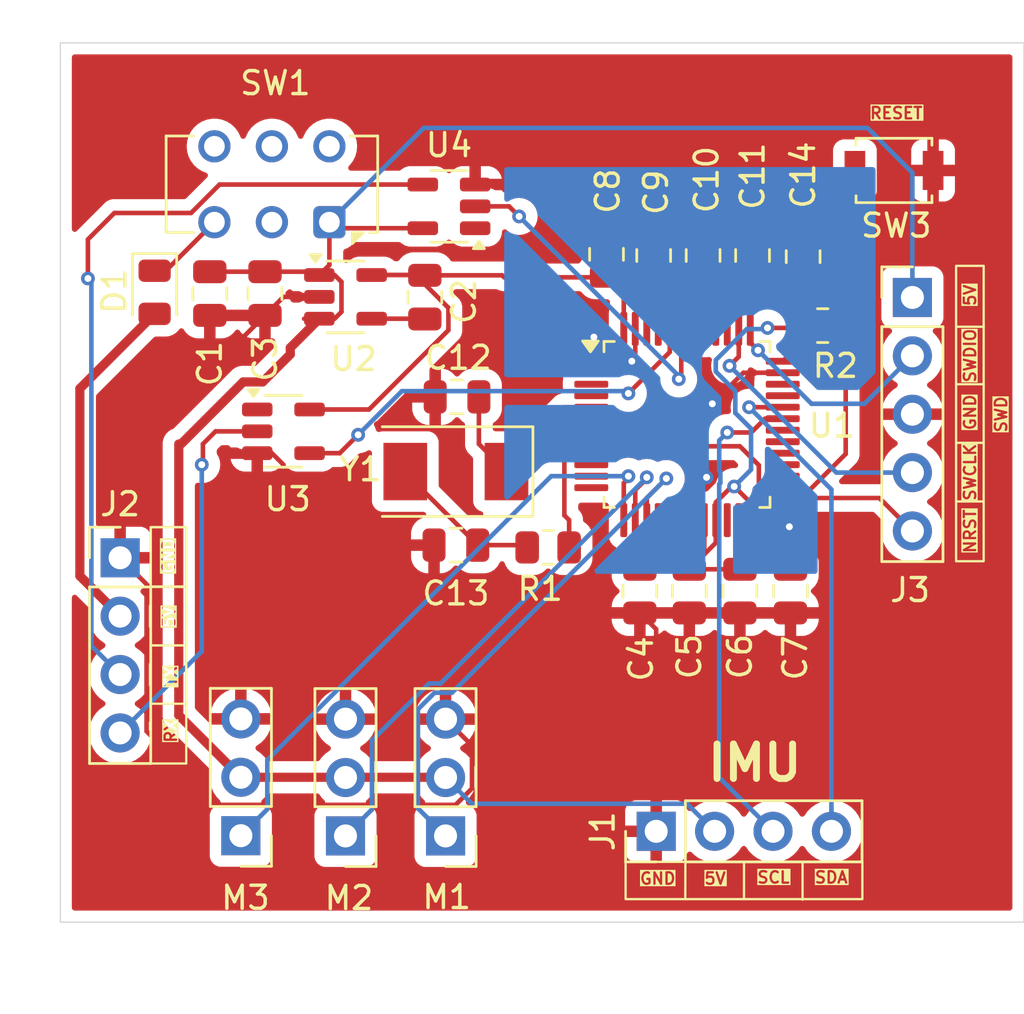
<source format=kicad_pcb>
(kicad_pcb (version 20240108) (generator "pcbnew") (generator_version "8.0")
  (layers (0 "F.Cu" signal) (31 "B.Cu" signal) (34 "B.Paste" user) (35 "F.Paste" user) (36 "B.SilkS" user "B.Silkscreen") (37 "F.SilkS" user "F.Silkscreen") (38 "B.Mask" user) (39 "F.Mask" user) (44 "Edge.Cuts" user))
  (net 0 "")
  (net 1 "GND")
  (net 2 "+5V")
  (net 3 "Net-(U2-BYP)")
  (net 4 "VDD")
  (net 5 "Net-(U1-PF0)")
  (net 6 "Net-(C13-Pad1)")
  (net 7 "NRST")
  (net 8 "Net-(D1-K)")
  (net 9 "IC2_SDA")
  (net 10 "IC2_SCL")
  (net 11 "rx")
  (net 12 "tx")
  (net 13 "I2C1_SCL_SWDIO")
  (net 14 "IC21_SDA_SWCLK")
  (net 15 "Servo_PWM_3")
  (net 16 "Servo_PWM_2")
  (net 17 "Servo_PWM_1")
  (net 18 "Net-(U1-PF1)")
  (net 24 "RX_3V3")
  (net 32 "TX_3V3")
  (net 53 "+5VA")
  (footprint "Capacitor_SMD:C_0805_2012Metric" (layer "F.Cu") (at 168.3 125.7 90)
    (property "Reference" "C4" (at -2.95 0.05 -90) (layer "F.SilkS"))
    (property "Value" "100nF")
    (pad "1" smd roundrect (at -0.95 0 90) (size 1 1.45) (layers "F.Cu" "F.Paste" "F.Mask") (net 1 "GND"))
    (pad "2" smd roundrect (at 0.95 0 90) (size 1 1.45) (layers "F.Cu" "F.Paste" "F.Mask") (net 4 "VDD"))
  )
  (footprint "Capacitor_SMD:C_0805_2012Metric" (layer "F.Cu") (at 149.6 112.755 -90)
    (property "Reference" "C1" (at 3.05 0 90) (layer "F.SilkS"))
    (property "Value" "C")
    (pad "1" smd roundrect (at -0.95 0 270) (size 1 1.45) (layers "F.Cu" "F.Paste" "F.Mask") (net 2 "+5V"))
    (pad "2" smd roundrect (at 0.95 0 270) (size 1 1.45) (layers "F.Cu" "F.Paste" "F.Mask") (net 1 "GND"))
  )
  (footprint "Capacitor_SMD:C_0805_2012Metric" (layer "F.Cu") (at 174.85 125.7 90)
    (property "Reference" "C7" (at -2.9 0.2 -90) (layer "F.SilkS"))
    (property "Value" "4.7 μF")
    (pad "1" smd roundrect (at -0.95 0 90) (size 1 1.45) (layers "F.Cu" "F.Paste" "F.Mask") (net 1 "GND"))
    (pad "2" smd roundrect (at 0.95 0 90) (size 1 1.45) (layers "F.Cu" "F.Paste" "F.Mask") (net 4 "VDD"))
  )
  (footprint "Capacitor_SMD:C_0805_2012Metric" (layer "F.Cu") (at 166.85 111.05 -90)
    (property "Reference" "C8" (at -2.75 -0.05 90) (layer "F.SilkS"))
    (property "Value" "10 nF")
    (pad "1" smd roundrect (at -0.95 0 270) (size 1 1.45) (layers "F.Cu" "F.Paste" "F.Mask") (net 1 "GND"))
    (pad "2" smd roundrect (at 0.95 0 270) (size 1 1.45) (layers "F.Cu" "F.Paste" "F.Mask") (net 4 "VDD"))
  )
  (footprint "Capacitor_SMD:C_0805_2012Metric" (layer "F.Cu") (at 172.65 125.7 90)
    (property "Reference" "C6" (at -2.85 0 -90) (layer "F.SilkS"))
    (property "Value" "100nF")
    (pad "1" smd roundrect (at -0.95 0 90) (size 1 1.45) (layers "F.Cu" "F.Paste" "F.Mask") (net 1 "GND"))
    (pad "2" smd roundrect (at 0.95 0 90) (size 1 1.45) (layers "F.Cu" "F.Paste" "F.Mask") (net 4 "VDD"))
  )
  (footprint "Package_TO_SOT_SMD:SOT-23-5" (layer "F.Cu") (at 152.8 118.75)
    (property "Reference" "U3" (at 0.1875 2.95 0) (layer "F.SilkS"))
    (property "Value" "SN74LV1T34DBV")
    (pad "1" smd roundrect (at -1.1375 -0.95) (size 1.325 0.6) (layers "F.Cu" "F.Paste" "F.Mask"))
    (pad "2" smd roundrect (at -1.1375 0) (size 1.325 0.6) (layers "F.Cu" "F.Paste" "F.Mask") (net 11 "rx"))
    (pad "3" smd roundrect (at -1.1375 0.95) (size 1.325 0.6) (layers "F.Cu" "F.Paste" "F.Mask") (net 1 "GND"))
    (pad "4" smd roundrect (at 1.1375 0.95) (size 1.325 0.6) (layers "F.Cu" "F.Paste" "F.Mask") (net 24 "RX_3V3"))
    (pad "5" smd roundrect (at 1.1375 -0.95) (size 1.325 0.6) (layers "F.Cu" "F.Paste" "F.Mask") (net 4 "VDD"))
  )
  (footprint "Capacitor_SMD:C_0805_2012Metric" (layer "F.Cu") (at 160.35 117.25 180)
    (property "Reference" "C12" (at -0.05 1.7 180) (layer "F.SilkS"))
    (property "Value" "10 pF")
    (pad "1" smd roundrect (at -0.95 0 180) (size 1 1.45) (layers "F.Cu" "F.Paste" "F.Mask") (net 5 "Net-(U1-PF0)"))
    (pad "2" smd roundrect (at 0.95 0 180) (size 1 1.45) (layers "F.Cu" "F.Paste" "F.Mask") (net 1 "GND"))
  )
  (footprint "Connector_PinHeader_2.54mm:PinHeader_1x04_P2.54mm_Vertical" (layer "F.Cu") (at 145.7 124.25)
    (property "Reference" "J2" (at 0 -2.33 0) (layer "F.SilkS"))
    (property "Value" "Conn_01x04_Pin_input_cable")
    (pad "1" thru_hole rect (at 0 0) (size 1.7 1.7) (drill 1) (layers "*.Cu" "*.Mask") (net 1 "GND"))
    (pad "2" thru_hole oval (at 0 2.54) (size 1.7 1.7) (drill 1) (layers "*.Cu" "*.Mask") (net 53 "+5VA"))
    (pad "3" thru_hole oval (at 0 5.08) (size 1.7 1.7) (drill 1) (layers "*.Cu" "*.Mask") (net 12 "tx"))
    (pad "4" thru_hole oval (at 0 7.62) (size 1.7 1.7) (drill 1) (layers "*.Cu" "*.Mask") (net 11 "rx"))
  )
  (footprint "Capacitor_SMD:C_0805_2012Metric" (layer "F.Cu") (at 173.2 111.1 -90)
    (property "Reference" "C11" (at -3.45 0 90) (layer "F.SilkS"))
    (property "Value" "+1 μF")
    (pad "1" smd roundrect (at -0.95 0 270) (size 1 1.45) (layers "F.Cu" "F.Paste" "F.Mask") (net 1 "GND"))
    (pad "2" smd roundrect (at 0.95 0 270) (size 1 1.45) (layers "F.Cu" "F.Paste" "F.Mask") (net 4 "VDD"))
  )
  (footprint "Connector_PinHeader_2.54mm:PinHeader_1x03_P2.54mm_Vertical" (layer "F.Cu") (at 150.95 136.34 180)
    (property "Reference" "M3" (at -0.2 -2.7 180) (layer "F.SilkS"))
    (property "Value" "Motor_Servo")
    (pad "1" thru_hole rect (at 0 0 180) (size 1.7 1.7) (drill 1) (layers "*.Cu" "*.Mask") (net 17 "Servo_PWM_1"))
    (pad "2" thru_hole oval (at 0 2.54 180) (size 1.7 1.7) (drill 1) (layers "*.Cu" "*.Mask") (net 2 "+5V"))
    (pad "3" thru_hole oval (at 0 5.08 180) (size 1.7 1.7) (drill 1) (layers "*.Cu" "*.Mask") (net 1 "GND"))
  )
  (footprint "Capacitor_SMD:C_0805_2012Metric" (layer "F.Cu") (at 158.95 112.9125 -90)
    (property "Reference" "C2" (at 0.1875 -1.7 90) (layer "F.SilkS"))
    (property "Value" "C")
    (pad "1" smd roundrect (at -0.95 0 270) (size 1 1.45) (layers "F.Cu" "F.Paste" "F.Mask") (net 4 "VDD"))
    (pad "2" smd roundrect (at 0.95 0 270) (size 1 1.45) (layers "F.Cu" "F.Paste" "F.Mask") (net 3 "Net-(U2-BYP)"))
  )
  (footprint "Package_TO_SOT_SMD:TSOT-23-5" (layer "F.Cu") (at 155.5 112.9)
    (property "Reference" "U2" (at 0.35 2.7 0) (layer "F.SilkS"))
    (property "Value" "LT1761-3.3")
    (pad "1" smd roundrect (at -1.1375 -0.95) (size 1.325 0.6) (layers "F.Cu" "F.Paste" "F.Mask") (net 2 "+5V"))
    (pad "2" smd roundrect (at -1.1375 0) (size 1.325 0.6) (layers "F.Cu" "F.Paste" "F.Mask") (net 1 "GND"))
    (pad "3" smd roundrect (at -1.1375 0.95) (size 1.325 0.6) (layers "F.Cu" "F.Paste" "F.Mask") (net 2 "+5V"))
    (pad "4" smd roundrect (at 1.1375 0.95) (size 1.325 0.6) (layers "F.Cu" "F.Paste" "F.Mask") (net 3 "Net-(U2-BYP)"))
    (pad "5" smd roundrect (at 1.1375 -0.95) (size 1.325 0.6) (layers "F.Cu" "F.Paste" "F.Mask") (net 4 "VDD"))
  )
  (footprint "Connector_PinHeader_2.54mm:PinHeader_1x03_P2.54mm_Vertical" (layer "F.Cu") (at 155.5 136.35 180)
    (property "Reference" "M2" (at -0.15 -2.7 180) (layer "F.SilkS"))
    (property "Value" "Motor_Servo")
    (pad "1" thru_hole rect (at 0 0 180) (size 1.7 1.7) (drill 1) (layers "*.Cu" "*.Mask") (net 16 "Servo_PWM_2"))
    (pad "2" thru_hole oval (at 0 2.54 180) (size 1.7 1.7) (drill 1) (layers "*.Cu" "*.Mask") (net 2 "+5V"))
    (pad "3" thru_hole oval (at 0 5.08 180) (size 1.7 1.7) (drill 1) (layers "*.Cu" "*.Mask") (net 1 "GND"))
  )
  (footprint "Capacitor_SMD:C_0805_2012Metric" (layer "F.Cu") (at 170.45 125.7 90)
    (property "Reference" "C5" (at -2.85 0 -90) (layer "F.SilkS"))
    (property "Value" "100nF")
    (pad "1" smd roundrect (at -0.95 0 90) (size 1 1.45) (layers "F.Cu" "F.Paste" "F.Mask") (net 1 "GND"))
    (pad "2" smd roundrect (at 0.95 0 90) (size 1 1.45) (layers "F.Cu" "F.Paste" "F.Mask") (net 4 "VDD"))
  )
  (footprint "Connector_PinHeader_2.54mm:PinHeader_1x03_P2.54mm_Vertical" (layer "F.Cu") (at 159.85 136.35 180)
    (property "Reference" "M1" (at -0.05 -2.66 180) (layer "F.SilkS"))
    (property "Value" "Motor_Servo")
    (pad "1" thru_hole rect (at 0 0 180) (size 1.7 1.7) (drill 1) (layers "*.Cu" "*.Mask") (net 15 "Servo_PWM_3"))
    (pad "2" thru_hole oval (at 0 2.54 180) (size 1.7 1.7) (drill 1) (layers "*.Cu" "*.Mask") (net 2 "+5V"))
    (pad "3" thru_hole oval (at 0 5.08 180) (size 1.7 1.7) (drill 1) (layers "*.Cu" "*.Mask") (net 1 "GND"))
  )
  (footprint "Capacitor_SMD:C_0805_2012Metric" (layer "F.Cu") (at 152 112.755 -90)
    (property "Reference" "C3" (at 2.85 0 90) (layer "F.SilkS"))
    (property "Value" "C")
    (pad "1" smd roundrect (at -0.95 0 270) (size 1 1.45) (layers "F.Cu" "F.Paste" "F.Mask") (net 2 "+5V"))
    (pad "2" smd roundrect (at 0.95 0 270) (size 1 1.45) (layers "F.Cu" "F.Paste" "F.Mask") (net 1 "GND"))
  )
  (footprint "Diode_SMD:D_0805_2012Metric" (layer "F.Cu") (at 147.2 112.7 -90)
    (property "Reference" "D1" (at -0.05 1.75 90) (layer "F.SilkS"))
    (property "Value" "D")
    (pad "1" smd roundrect (at -0.9375 0 270) (size 0.975 1.4) (layers "F.Cu" "F.Paste" "F.Mask") (net 8 "Net-(D1-K)"))
    (pad "2" smd roundrect (at 0.9375 0 270) (size 0.975 1.4) (layers "F.Cu" "F.Paste" "F.Mask") (net 53 "+5VA"))
  )
  (footprint "Capacitor_SMD:C_0805_2012Metric_Pad1.18x1.45mm_HandSolder" (layer "F.Cu") (at 175.4 111.15 90)
    (property "Reference" "C14" (at 3.55 0 -90) (layer "F.SilkS"))
    (property "Value" "C")
    (pad "1" smd roundrect (at -1.0375 0 90) (size 1.175 1.45) (layers "F.Cu" "F.Paste" "F.Mask") (roundrect_rratio 0.212766) (net 7 "NRST"))
    (pad "2" smd roundrect (at 1.0375 0 90) (size 1.175 1.45) (layers "F.Cu" "F.Paste" "F.Mask") (roundrect_rratio 0.212766) (net 1 "GND"))
  )
  (footprint "Button_Switch_THT:SW_CK_JS202011CQN_DPDT_Straight" (layer "F.Cu") (at 154.8 109.65 180)
    (property "Reference" "SW1" (at 2.35 6.05 180) (layer "F.SilkS"))
    (property "Value" "SW_Slide_DPDT")
    (pad "1" thru_hole roundrect (at 0 0 180) (size 1.4 1.4) (drill 0.9) (layers "*.Cu" "*.Mask") (roundrect_rratio 0.1785714286) (net 2 "+5V"))
    (pad "2" thru_hole circle (at 2.5 0 180) (size 1.4 1.4) (drill 0.9) (layers "*.Cu" "*.Mask"))
    (pad "3" thru_hole circle (at 5 0 180) (size 1.4 1.4) (drill 0.9) (layers "*.Cu" "*.Mask") (net 8 "Net-(D1-K)"))
    (pad "4" thru_hole circle (at 5 3.3 180) (size 1.4 1.4) (drill 0.9) (layers "*.Cu" "*.Mask"))
    (pad "5" thru_hole circle (at 2.5 3.3 180) (size 1.4 1.4) (drill 0.9) (layers "*.Cu" "*.Mask"))
    (pad "6" thru_hole circle (at 0 3.3 180) (size 1.4 1.4) (drill 0.9) (layers "*.Cu" "*.Mask"))
  )
  (footprint "Capacitor_SMD:C_0805_2012Metric" (layer "F.Cu") (at 160.3 123.7 180)
    (property "Reference" "C13" (at 0 -2.1 180) (layer "F.SilkS"))
    (property "Value" "10 pF")
    (pad "1" smd roundrect (at -0.95 0 180) (size 1 1.45) (layers "F.Cu" "F.Paste" "F.Mask") (net 6 "Net-(C13-Pad1)"))
    (pad "2" smd roundrect (at 0.95 0 180) (size 1 1.45) (layers "F.Cu" "F.Paste" "F.Mask") (net 1 "GND"))
  )
  (footprint "Connector_PinHeader_2.54mm:PinHeader_1x05_P2.54mm_Vertical" (layer "F.Cu") (at 180.15 112.925)
    (property "Reference" "J3" (at -0.1 12.73 0) (layer "F.SilkS"))
    (property "Value" "SWD")
    (pad "1" thru_hole rect (at 0 0) (size 1.7 1.7) (drill 1) (layers "*.Cu" "*.Mask") (net 2 "+5V"))
    (pad "2" thru_hole oval (at 0 2.54) (size 1.7 1.7) (drill 1) (layers "*.Cu" "*.Mask") (net 13 "I2C1_SCL_SWDIO"))
    (pad "3" thru_hole oval (at 0 5.08) (size 1.7 1.7) (drill 1) (layers "*.Cu" "*.Mask") (net 1 "GND"))
    (pad "4" thru_hole oval (at 0 7.62) (size 1.7 1.7) (drill 1) (layers "*.Cu" "*.Mask") (net 14 "IC21_SDA_SWCLK"))
    (pad "5" thru_hole oval (at 0 10.16) (size 1.7 1.7) (drill 1) (layers "*.Cu" "*.Mask") (net 7 "NRST"))
  )
  (footprint "Capacitor_SMD:C_0805_2012Metric" (layer "F.Cu") (at 168.9 111.1 -90)
    (property "Reference" "C9" (at -2.75 -0.1 90) (layer "F.SilkS"))
    (property "Value" "1 μF")
    (pad "1" smd roundrect (at -0.95 0 270) (size 1 1.45) (layers "F.Cu" "F.Paste" "F.Mask") (net 1 "GND"))
    (pad "2" smd roundrect (at 0.95 0 270) (size 1 1.45) (layers "F.Cu" "F.Paste" "F.Mask") (net 4 "VDD"))
  )
  (footprint "Package_QFP:LQFP-48_7x7mm_P0.5mm" (layer "F.Cu") (at 170.35 118.45)
    (property "Reference" "U1" (at 6.3 0.05 0) (layer "F.SilkS"))
    (property "Value" "STM32G431CBTx")
    (pad "1" smd roundrect (at -4.1625 -2.75) (size 1.475 0.3) (layers "F.Cu" "F.Paste" "F.Mask") (net 4 "VDD"))
    (pad "2" smd roundrect (at -4.1625 -2.25) (size 1.475 0.3) (layers "F.Cu" "F.Paste" "F.Mask"))
    (pad "3" smd roundrect (at -4.1625 -1.75) (size 1.475 0.3) (layers "F.Cu" "F.Paste" "F.Mask"))
    (pad "4" smd roundrect (at -4.1625 -1.25) (size 1.475 0.3) (layers "F.Cu" "F.Paste" "F.Mask"))
    (pad "5" smd roundrect (at -4.1625 -0.75) (size 1.475 0.3) (layers "F.Cu" "F.Paste" "F.Mask") (net 5 "Net-(U1-PF0)"))
    (pad "6" smd roundrect (at -4.1625 -0.25) (size 1.475 0.3) (layers "F.Cu" "F.Paste" "F.Mask") (net 18 "Net-(U1-PF1)"))
    (pad "7" smd roundrect (at -4.1625 0.25) (size 1.475 0.3) (layers "F.Cu" "F.Paste" "F.Mask") (net 7 "NRST"))
    (pad "8" smd roundrect (at -4.1625 0.75) (size 1.475 0.3) (layers "F.Cu" "F.Paste" "F.Mask"))
    (pad "9" smd roundrect (at -4.1625 1.25) (size 1.475 0.3) (layers "F.Cu" "F.Paste" "F.Mask"))
    (pad "10" smd roundrect (at -4.1625 1.75) (size 1.475 0.3) (layers "F.Cu" "F.Paste" "F.Mask"))
    (pad "11" smd roundrect (at -4.1625 2.25) (size 1.475 0.3) (layers "F.Cu" "F.Paste" "F.Mask"))
    (pad "12" smd roundrect (at -4.1625 2.75) (size 1.475 0.3) (layers "F.Cu" "F.Paste" "F.Mask"))
    (pad "13" smd roundrect (at -2.75 4.1625) (size 0.3 1.475) (layers "F.Cu" "F.Paste" "F.Mask") (net 17 "Servo_PWM_1"))
    (pad "14" smd roundrect (at -2.25 4.1625) (size 0.3 1.475) (layers "F.Cu" "F.Paste" "F.Mask") (net 16 "Servo_PWM_2"))
    (pad "15" smd roundrect (at -1.75 4.1625) (size 0.3 1.475) (layers "F.Cu" "F.Paste" "F.Mask") (net 15 "Servo_PWM_3"))
    (pad "16" smd roundrect (at -1.25 4.1625) (size 0.3 1.475) (layers "F.Cu" "F.Paste" "F.Mask"))
    (pad "17" smd roundrect (at -0.75 4.1625) (size 0.3 1.475) (layers "F.Cu" "F.Paste" "F.Mask"))
    (pad "18" smd roundrect (at -0.25 4.1625) (size 0.3 1.475) (layers "F.Cu" "F.Paste" "F.Mask"))
    (pad "19" smd roundrect (at 0.25 4.1625) (size 0.3 1.475) (layers "F.Cu" "F.Paste" "F.Mask") (net 1 "GND"))
    (pad "20" smd roundrect (at 0.75 4.1625) (size 0.3 1.475) (layers "F.Cu" "F.Paste" "F.Mask") (net 4 "VDD"))
    (pad "21" smd roundrect (at 1.25 4.1625) (size 0.3 1.475) (layers "F.Cu" "F.Paste" "F.Mask") (net 4 "VDD"))
    (pad "22" smd roundrect (at 1.75 4.1625) (size 0.3 1.475) (layers "F.Cu" "F.Paste" "F.Mask"))
    (pad "23" smd roundrect (at 2.25 4.1625) (size 0.3 1.475) (layers "F.Cu" "F.Paste" "F.Mask") (net 1 "GND"))
    (pad "24" smd roundrect (at 2.75 4.1625) (size 0.3 1.475) (layers "F.Cu" "F.Paste" "F.Mask") (net 4 "VDD"))
    (pad "25" smd roundrect (at 4.1625 2.75) (size 1.475 0.3) (layers "F.Cu" "F.Paste" "F.Mask"))
    (pad "26" smd roundrect (at 4.1625 2.25) (size 1.475 0.3) (layers "F.Cu" "F.Paste" "F.Mask"))
    (pad "27" smd roundrect (at 4.1625 1.75) (size 1.475 0.3) (layers "F.Cu" "F.Paste" "F.Mask"))
    (pad "28" smd roundrect (at 4.1625 1.25) (size 1.475 0.3) (layers "F.Cu" "F.Paste" "F.Mask"))
    (pad "29" smd roundrect (at 4.1625 0.75) (size 1.475 0.3) (layers "F.Cu" "F.Paste" "F.Mask"))
    (pad "30" smd roundrect (at 4.1625 0.25) (size 1.475 0.3) (layers "F.Cu" "F.Paste" "F.Mask"))
    (pad "31" smd roundrect (at 4.1625 -0.25) (size 1.475 0.3) (layers "F.Cu" "F.Paste" "F.Mask") (net 10 "IC2_SCL"))
    (pad "32" smd roundrect (at 4.1625 -0.75) (size 1.475 0.3) (layers "F.Cu" "F.Paste" "F.Mask") (net 9 "IC2_SDA"))
    (pad "33" smd roundrect (at 4.1625 -1.25) (size 1.475 0.3) (layers "F.Cu" "F.Paste" "F.Mask"))
    (pad "34" smd roundrect (at 4.1625 -1.75) (size 1.475 0.3) (layers "F.Cu" "F.Paste" "F.Mask"))
    (pad "35" smd roundrect (at 4.1625 -2.25) (size 1.475 0.3) (layers "F.Cu" "F.Paste" "F.Mask") (net 1 "GND"))
    (pad "36" smd roundrect (at 4.1625 -2.75) (size 1.475 0.3) (layers "F.Cu" "F.Paste" "F.Mask") (net 4 "VDD"))
    (pad "37" smd roundrect (at 2.75 -4.1625) (size 0.3 1.475) (layers "F.Cu" "F.Paste" "F.Mask") (net 13 "I2C1_SCL_SWDIO"))
    (pad "38" smd roundrect (at 2.25 -4.1625) (size 0.3 1.475) (layers "F.Cu" "F.Paste" "F.Mask") (net 14 "IC21_SDA_SWCLK"))
    (pad "39" smd roundrect (at 1.75 -4.1625) (size 0.3 1.475) (layers "F.Cu" "F.Paste" "F.Mask"))
    (pad "40" smd roundrect (at 1.25 -4.1625) (size 0.3 1.475) (layers "F.Cu" "F.Paste" "F.Mask"))
    (pad "41" smd roundrect (at 0.75 -4.1625) (size 0.3 1.475) (layers "F.Cu" "F.Paste" "F.Mask"))
    (pad "42" smd roundrect (at 0.25 -4.1625) (size 0.3 1.475) (layers "F.Cu" "F.Paste" "F.Mask"))
    (pad "43" smd roundrect (at -0.25 -4.1625) (size 0.3 1.475) (layers "F.Cu" "F.Paste" "F.Mask") (net 32 "TX_3V3"))
    (pad "44" smd roundrect (at -0.75 -4.1625) (size 0.3 1.475) (layers "F.Cu" "F.Paste" "F.Mask") (net 24 "RX_3V3"))
    (pad "45" smd roundrect (at -1.25 -4.1625) (size 0.3 1.475) (layers "F.Cu" "F.Paste" "F.Mask"))
    (pad "46" smd roundrect (at -1.75 -4.1625) (size 0.3 1.475) (layers "F.Cu" "F.Paste" "F.Mask"))
    (pad "47" smd roundrect (at -2.25 -4.1625) (size 0.3 1.475) (layers "F.Cu" "F.Paste" "F.Mask") (net 1 "GND"))
    (pad "48" smd roundrect (at -2.75 -4.1625) (size 0.3 1.475) (layers "F.Cu" "F.Paste" "F.Mask") (net 4 "VDD"))
  )
  (footprint "Resistor_SMD:R_0805_2012Metric" (layer "F.Cu") (at 164.3125 123.8 180)
    (property "Reference" "R1" (at 0.35 -1.8 180) (layer "F.SilkS"))
    (property "Value" "45Ω")
    (pad "1" smd roundrect (at -0.9125 0 180) (size 1.025 1.4) (layers "F.Cu" "F.Paste" "F.Mask") (roundrect_rratio 0.243902) (net 18 "Net-(U1-PF1)"))
    (pad "2" smd roundrect (at 0.9125 0 180) (size 1.025 1.4) (layers "F.Cu" "F.Paste" "F.Mask") (roundrect_rratio 0.243902) (net 6 "Net-(C13-Pad1)"))
  )
  (footprint "Capacitor_SMD:C_0805_2012Metric" (layer "F.Cu") (at 171.05 111.1 -90)
    (property "Reference" "C10" (at -3.3 -0.15 90) (layer "F.SilkS"))
    (property "Value" "100 nF")
    (pad "1" smd roundrect (at -0.95 0 270) (size 1 1.45) (layers "F.Cu" "F.Paste" "F.Mask") (net 1 "GND"))
    (pad "2" smd roundrect (at 0.95 0 270) (size 1 1.45) (layers "F.Cu" "F.Paste" "F.Mask") (net 4 "VDD"))
  )
  (footprint "Resistor_SMD:R_0805_2012Metric_Pad1.20x1.40mm_HandSolder" (layer "F.Cu") (at 176.25 114.15)
    (property "Reference" "R2" (at 0.55 1.75 0) (layer "F.SilkS"))
    (property "Value" "1.25 KΩ")
    (pad "1" smd roundrect (at -1 0) (size 1.2 1.4) (layers "F.Cu" "F.Paste" "F.Mask") (roundrect_rratio 0.208333) (net 4 "VDD"))
    (pad "2" smd roundrect (at 1 0) (size 1.2 1.4) (layers "F.Cu" "F.Paste" "F.Mask") (roundrect_rratio 0.208333) (net 7 "NRST"))
  )
  (footprint "Package_TO_SOT_SMD:SOT-23-5" (layer "F.Cu") (at 160 108.9625 180)
    (property "Reference" "U4" (at 0 2.6625 180) (layer "F.SilkS"))
    (property "Value" "SN74LV1T34DBV")
    (pad "1" smd roundrect (at -1.1375 -0.95 180) (size 1.325 0.6) (layers "F.Cu" "F.Paste" "F.Mask"))
    (pad "2" smd roundrect (at -1.1375 0 180) (size 1.325 0.6) (layers "F.Cu" "F.Paste" "F.Mask") (net 32 "TX_3V3"))
    (pad "3" smd roundrect (at -1.1375 0.95 180) (size 1.325 0.6) (layers "F.Cu" "F.Paste" "F.Mask") (net 1 "GND"))
    (pad "4" smd roundrect (at 1.1375 0.95 180) (size 1.325 0.6) (layers "F.Cu" "F.Paste" "F.Mask") (net 12 "tx"))
    (pad "5" smd roundrect (at 1.1375 -0.95 180) (size 1.325 0.6) (layers "F.Cu" "F.Paste" "F.Mask") (net 2 "+5V"))
  )
  (footprint "Button_Switch_SMD:SW_SPST_B3U-1000P" (layer "F.Cu") (at 179.35 107.4 180)
    (property "Reference" "SW3" (at -0.1 -2.4 180) (layer "F.SilkS"))
    (property "Value" "SW_Push")
    (pad "1" smd rect (at -1.7 0 180) (size 0.9 1.7) (layers "F.Cu" "F.Paste" "F.Mask") (net 1 "GND"))
    (pad "2" smd rect (at 1.7 0 180) (size 0.9 1.7) (layers "F.Cu" "F.Paste" "F.Mask") (net 7 "NRST"))
  )
  (footprint "Connector_PinHeader_2.54mm:PinHeader_1x04_P2.54mm_Vertical" (layer "F.Cu") (at 169.01 136.15 90)
    (property "Reference" "J1" (at 0 -2.33 -90) (layer "F.SilkS"))
    (property "Value" "Conn_01x04_Pin_IMU")
    (pad "1" thru_hole rect (at 0 0 90) (size 1.7 1.7) (drill 1) (layers "*.Cu" "*.Mask") (net 1 "GND"))
    (pad "2" thru_hole oval (at 0 2.54 90) (size 1.7 1.7) (drill 1) (layers "*.Cu" "*.Mask") (net 2 "+5V"))
    (pad "3" thru_hole oval (at 0 5.08 90) (size 1.7 1.7) (drill 1) (layers "*.Cu" "*.Mask") (net 10 "IC2_SCL"))
    (pad "4" thru_hole oval (at 0 7.62 90) (size 1.7 1.7) (drill 1) (layers "*.Cu" "*.Mask") (net 9 "IC2_SDA"))
  )
  (footprint "Crystal:Crystal_SMD_0603-2Pin_6.0x3.5mm" (layer "F.Cu") (at 160.3 120.5 180)
    (property "Reference" "Y1" (at 4.15 0.1 180) (layer "F.SilkS"))
    (property "Value" "8 MHz")
    (pad "1" smd rect (at -2.2 0 180) (size 1.9 2.5) (layers "F.Cu" "F.Paste" "F.Mask") (net 5 "Net-(U1-PF0)"))
    (pad "2" smd rect (at 2.2 0 180) (size 1.9 2.5) (layers "F.Cu" "F.Paste" "F.Mask") (net 6 "Net-(C13-Pad1)"))
  )
  (gr_rect (start 167.68 137.48) (end 177.975 139.1) (stroke (width 0.1)) (fill none) (layer "F.SilkS"))
  (gr_rect (start 147.03 125.52) (end 148.575 128.06) (stroke (width 0.1)) (fill none) (layer "F.SilkS"))
  (gr_line (start 172.8275 137.48) (end 172.8275 139.1) (stroke (width 0.1)) (layer "F.SilkS"))
  (gr_rect (start 147.03 122.92) (end 148.575 125.5) (stroke (width 0.1)) (fill none) (layer "F.SilkS"))
  (gr_line (start 182.1 119.25) (end 183.25 119.25) (stroke (width 0.1)) (layer "F.SilkS"))
  (gr_rect (start 147.03 128.06) (end 148.575 130.6) (stroke (width 0.1)) (fill none) (layer "F.SilkS"))
  (gr_line (start 182.05 114.2) (end 183.25 114.2) (stroke (width 0.1)) (layer "F.SilkS"))
  (gr_line (start 175.375 137.5) (end 175.375 139.125) (stroke (width 0.1)) (layer "F.SilkS"))
  (gr_rect (start 182.05 111.55) (end 183.25 124.4) (stroke (width 0.1)) (fill none) (layer "F.SilkS"))
  (gr_line (start 170.28 137.48) (end 170.275 139.1) (stroke (width 0.1)) (layer "F.SilkS"))
  (gr_line (start 182.1 116.7) (end 183.25 116.7) (stroke (width 0.1)) (layer "F.SilkS"))
  (gr_line (start 182.1 121.8) (end 183.2 121.8) (stroke (width 0.1)) (layer "F.SilkS"))
  (gr_rect (start 147.03 122.92) (end 148.575 133.2) (stroke (width 0.1)) (fill none) (layer "F.SilkS"))
  (gr_rect (start 143.1 101.85) (end 185 140.1) (stroke (width 0.05)) (fill none) (layer "Edge.Cuts"))
  (gr_text "5V" (at 171.05 138.5 0) (layer "F.SilkS" knockout) (effects (font (size 0.5 0.5) (thickness 0.1)) (justify left bottom)))
  (gr_text "IMU" (at 171.1 134.05 0) (layer "F.SilkS") (effects (font (size 1.5 1.5) (thickness 0.3) (bold yes)) (justify left bottom)))
  (gr_text "NRST" (at 182.95 124.1 90) (layer "F.SilkS" knockout) (effects (font (size 0.5 0.5) (thickness 0.1)) (justify left bottom)))
  (gr_text "SWDIO\n" (at 182.95 116.675 90) (layer "F.SilkS" knockout) (effects (font (size 0.5 0.5) (thickness 0.1)) (justify left bottom)))
  (gr_text "GND" (at 168.25 138.5 0) (layer "F.SilkS" knockout) (effects (font (size 0.5 0.5) (thickness 0.1)) (justify left bottom)))
  (gr_text "GND" (at 182.95 118.75 90) (layer "F.SilkS" knockout) (effects (font (size 0.5 0.5) (thickness 0.1)) (justify left bottom)))
  (gr_text "RESET" (at 178.25 105.2 0) (layer "F.SilkS" knockout) (effects (font (size 0.5 0.5) (thickness 0.1)) (justify left bottom)))
  (gr_text "SDA" (at 175.85 138.45 0) (layer "F.SilkS" knockout) (effects (font (size 0.5 0.5) (thickness 0.1)) (justify left bottom)))
  (gr_text "SCL" (at 173.35 138.45 0) (layer "F.SilkS" knockout) (effects (font (size 0.5 0.5) (thickness 0.1)) (justify left bottom)))
  (gr_text "TX" (at 148.2 129.9 90) (layer "F.SilkS" knockout) (effects (font (size 0.5 0.5) (thickness 0.1)) (justify left bottom)))
  (gr_text "5V\n" (at 182.95 113.35 90) (layer "F.SilkS" knockout) (effects (font (size 0.5 0.5) (thickness 0.1)) (justify left bottom)))
  (gr_text "SWD" (at 184.3 118.85 90) (layer "F.SilkS" knockout) (effects (font (size 0.5 0.5) (thickness 0.1)) (justify left bottom)))
  (gr_text "GND" (at 148.1 125 90) (layer "F.SilkS" knockout) (effects (font (size 0.5 0.5) (thickness 0.1)) (justify left bottom)))
  (gr_text "SWCLK" (at 182.95 121.82 90) (layer "F.SilkS" knockout) (effects (font (size 0.5 0.5) (thickness 0.1)) (justify left bottom)))
  (gr_text "RX\n" (at 148.2 132.35 90) (layer "F.SilkS" knockout) (effects (font (size 0.5 0.5) (thickness 0.1)) (justify left bottom)))
  (gr_text "5V" (at 148.125 127.35 90) (layer "F.SilkS" knockout) (effects (font (size 0.5 0.5) (thickness 0.1)) (justify left bottom)))
  (segment (start 161 132.42) (end 159.85 131.27) (width 0.2) (layer "F.Cu") (net 1))
  (segment (start 170.6 121.35) (end 171.2 120.75) (width 0.2) (layer "F.Cu") (net 1))
  (segment (start 152.55 119.95) (end 152.8 120.2) (width 0.2) (layer "F.Cu") (net 1))
  (segment (start 151.6625 119.7) (end 152.3 119.7) (width 0.2) (layer "F.Cu") (net 1))
  (segment (start 169.01 136.15) (end 169.01 127.36) (width 0.2) (layer "F.Cu") (net 1))
  (segment (start 149.7 115.95) (end 149.6 115.85) (width 0.2) (layer "F.Cu") (net 1))
  (segment (start 172.6 122.6125) (end 172.6 123.38241) (width 0.2) (layer "F.Cu") (net 1))
  (segment (start 149.6 115.85) (end 149.6 113.705) (width 0.2) (layer "F.Cu") (net 1))
  (segment (start 149.755 115.95) (end 149.7 115.95) (width 0.2) (layer "F.Cu") (net 1))
  (segment (start 145.7 124.25) (end 146.85 125.4) (width 0.2) (layer "F.Cu") (net 1))
  (segment (start 152.3 119.7) (end 152.55 119.95) (width 0.2) (layer "F.Cu") (net 1))
  (segment (start 170.6 122.6125) (end 170.6 121.35) (width 0.2) (layer "F.Cu") (net 1))
  (segment (start 174.8 122.9) (end 174.8 122.8) (width 0.2) (layer "F.Cu") (net 1))
  (segment (start 168.1 115.55) (end 167.95 115.7) (width 0.2) (layer "F.Cu") (net 1))
  (segment (start 150.05 135) (end 160.286346 135) (width 0.2) (layer "F.Cu") (net 1))
  (segment (start 159.85 131.27) (end 150.96 131.27) (width 0.2) (layer "F.Cu") (net 1))
  (segment (start 172.86759 123.65) (end 173.95 123.65) (width 0.2) (layer "F.Cu") (net 1))
  (segment (start 175.4 109.65) (end 175.4 110.1125) (width 0.2) (layer "F.Cu") (net 1))
  (segment (start 174.7 122.9) (end 174.8 122.9) (width 0.2) (layer "F.Cu") (net 1))
  (segment (start 168.1 114.2875) (end 168.1 115.55) (width 0.2) (layer "F.Cu") (net 1))
  (segment (start 174.8 122.8) (end 174.8 122.8) (width 0.2) (layer "F.Cu") (net 1))
  (segment (start 152.805 112.9) (end 152 113.705) (width 0.2) (layer "F.Cu") (net 1))
  (segment (start 173.95 123.65) (end 174.7 122.9) (width 0.2) (layer "F.Cu") (net 1))
  (segment (start 154.3625 112.9) (end 152.805 112.9) (width 0.2) (layer "F.Cu") (net 1))
  (segment (start 150.96 131.27) (end 150.95 131.26) (width 0.2) (layer "F.Cu") (net 1))
  (segment (start 169.01 127.36) (end 168.3 126.65) (width 0.2) (layer "F.Cu") (net 1))
  (segment (start 174.5125 116.2) (end 172.8 116.2) (width 0.2) (layer "F.Cu") (net 1))
  (segment (start 161 134.286346) (end 161 132.42) (width 0.2) (layer "F.Cu") (net 1))
  (segment (start 160.286346 135) (end 161 134.286346) (width 0.2) (layer "F.Cu") (net 1))
  (segment (start 168.3 126.65) (end 174.85 126.65) (width 0.2) (layer "F.Cu") (net 1))
  (segment (start 152 113.705) (end 149.755 115.95) (width 0.2) (layer "F.Cu") (net 1))
  (segment (start 172.6 123.38241) (end 172.86759 123.65) (width 0.2) (layer "F.Cu") (net 1))
  (segment (start 146.85 125.4) (end 146.85 131.8) (width 0.2) (layer "F.Cu") (net 1))
  (segment (start 146.85 131.8) (end 150.05 135) (width 0.2) (layer "F.Cu") (net 1))
  (segment (start 152.8 120.2) (end 152.8 120.9) (width 0.2) (layer "F.Cu") (net 1))
  (segment (start 172.8 116.2) (end 171.45 117.55) (width 0.2) (layer "F.Cu") (net 1))
  (via (at 166.3 114.65) (size 0.6) (drill 0.3) (layers "F.Cu" "B.Cu") (net 1))
  (via (at 171.2 120.75) (size 0.6) (drill 0.3) (layers "F.Cu" "B.Cu") (net 1))
  (via (at 167.95 115.7) (size 0.6) (drill 0.3) (layers "F.Cu" "B.Cu") (net 1))
  (via (at 171.45 117.55) (size 0.6) (drill 0.3) (layers "F.Cu" "B.Cu") (net 1))
  (via (at 174.8 122.9) (size 0.6) (drill 0.3) (layers "F.Cu" "B.Cu") (net 1))
  (segment (start 167.35 115.7) (end 166.3 114.65) (width 0.2) (layer "B.Cu") (net 1))
  (segment (start 154.94 131.24) (end 154.95 131.25) (width 0.2) (layer "B.Cu") (net 1))
  (segment (start 171.45 117.55) (end 171.2 117.8) (width 0.2) (layer "B.Cu") (net 1))
  (segment (start 171.2 117.8) (end 170.05 117.8) (width 0.2) (layer "B.Cu") (net 1))
  (segment (start 167.95 115.7) (end 167.35 115.7) (width 0.2) (layer "B.Cu") (net 1))
  (segment (start 170.05 117.8) (end 167.95 115.7) (width 0.2) (layer "B.Cu") (net 1))
  (segment (start 171.2 117.8) (end 171.2 120.75) (width 0.2) (layer "B.Cu") (net 1))
  (segment (start 155.325 112.250001) (end 155.325 113.549999) (width 0.2) (layer "F.Cu") (net 2))
  (segment (start 154.8 111.5125) (end 154.3625 111.95) (width 0.2) (layer "F.Cu") (net 2))
  (segment (start 151.9 116.6) (end 151.05 116.6) (width 0.4) (layer "F.Cu") (net 2))
  (segment (start 154.8 109.65) (end 154.8 111.5125) (width 0.2) (layer "F.Cu") (net 2))
  (segment (start 154.2175 111.805) (end 154.3625 111.95) (width 0.2) (layer "F.Cu") (net 2))
  (segment (start 153.1 115.4) (end 151.9 116.6) (width 0.4) (layer "F.Cu") (net 2))
  (segment (start 149.6 111.805) (end 154.2175 111.805) (width 0.2) (layer "F.Cu") (net 2))
  (segment (start 150.95 133.8) (end 159.84 133.8) (width 0.4) (layer "F.Cu") (net 2))
  (segment (start 155.024999 111.95) (end 155.325 112.250001) (width 0.2) (layer "F.Cu") (net 2))
  (segment (start 159.84 133.8) (end 159.85 133.81) (width 0.2) (layer "F.Cu") (net 2))
  (segment (start 148.25 131.1) (end 150.95 133.8) (width 0.4) (layer "F.Cu") (net 2))
  (segment (start 154.3625 111.95) (end 155.024999 111.95) (width 0.2) (layer "F.Cu") (net 2))
  (segment (start 158.8625 109.9125) (end 155.0625 109.9125) (width 0.2) (layer "F.Cu") (net 2))
  (segment (start 155.024999 113.85) (end 154.3625 113.85) (width 0.2) (layer "F.Cu") (net 2))
  (segment (start 155.325 113.549999) (end 155.024999 113.85) (width 0.2) (layer "F.Cu") (net 2))
  (segment (start 154.3625 113.85) (end 153.1 115.1125) (width 0.4) (layer "F.Cu") (net 2))
  (segment (start 148.25 119.300001) (end 148.25 131.1) (width 0.4) (layer "F.Cu") (net 2))
  (segment (start 153.1 115.1125) (end 153.1 115.4) (width 0.4) (layer "F.Cu") (net 2))
  (segment (start 148.349999 119.300001) (end 148.25 119.300001) (width 0.2) (layer "F.Cu") (net 2))
  (segment (start 155.0625 109.9125) (end 154.8 109.65) (width 0.2) (layer "F.Cu") (net 2))
  (segment (start 151.05 116.6) (end 148.349999 119.300001) (width 0.4) (layer "F.Cu") (net 2))
  (segment (start 154.3625 113.85) (end 153.700001 113.85) (width 0.2) (layer "F.Cu") (net 2))
  (segment (start 180.15 107.5) (end 178.2 105.55) (width 0.2) (layer "B.Cu") (net 2))
  (segment (start 180.15 112.925) (end 180.15 107.5) (width 0.2) (layer "B.Cu") (net 2))
  (segment (start 178.2 105.55) (end 158.9 105.55) (width 0.2) (layer "B.Cu") (net 2))
  (segment (start 171.55 136.15) (end 170.35 134.95) (width 0.2) (layer "B.Cu") (net 2))
  (segment (start 170.35 134.95) (end 160.99 134.95) (width 0.2) (layer "B.Cu") (net 2))
  (segment (start 160.99 134.95) (end 159.85 133.81) (width 0.2) (layer "B.Cu") (net 2))
  (segment (start 158.9 105.55) (end 154.8 109.65) (width 0.2) (layer "B.Cu") (net 2))
  (segment (start 158.9375 113.85) (end 158.95 113.8625) (width 0.2) (layer "F.Cu") (net 3))
  (segment (start 156.6375 113.85) (end 158.9375 113.85) (width 0.2) (layer "F.Cu") (net 3))
  (segment (start 168.2 112.75) (end 170.35 112.75) (width 0.2) (layer "F.Cu") (net 4))
  (segment (start 171.1 123.38241) (end 171.1 122.6125) (width 0.2) (layer "F.Cu") (net 4))
  (segment (start 170.45 124.75) (end 171.6 123.6) (width 0.2) (layer "F.Cu") (net 4))
  (segment (start 172.4 121.15) (end 172.5 121.25) (width 0.2) (layer "F.Cu") (net 4))
  (segment (start 167.6 114.2875) (end 167.6 112.75) (width 0.2) (layer "F.Cu") (net 4))
  (segment (start 174.85 124.75) (end 168.3 124.75) (width 0.2) (layer "F.Cu") (net 4))
  (segment (start 173.85 114.25) (end 175.15 114.25) (width 0.2) (layer "F.Cu") (net 4))
  (segment (start 173.1 121.84259) (end 173.1 122.6125) (width 0.2) (layer "F.Cu") (net 4))
  (segment (start 171.1 124.1) (end 171.1 122.6125) (width 0.2) (layer "F.Cu") (net 4))
  (segment (start 168.2 112.75) (end 168.9 112.05) (width 0.2) (layer "F.Cu") (net 4))
  (segment (start 174.5125 115.7) (end 175.0125 115.2) (width 0.2) (layer "F.Cu") (net 4))
  (segment (start 171.6 121.84259) (end 172.19259 121.25) (width 0.2) (layer "F.Cu") (net 4))
  (segment (start 170.45 124.75) (end 171.1 124.1) (width 0.2) (layer "F.Cu") (net 4))
  (segment (start 175.25 114.15) (end 175.25 114.1) (width 0.2) (layer "F.Cu") (net 4))
  (segment (start 167.05 115.7) (end 167.366667 115.383333) (width 0.2) (layer "F.Cu") (net 4))
  (segment (start 167.6 112.75) (end 166.85 112) (width 0.2) (layer "F.Cu") (net 4))
  (segment (start 172.19259 121.25) (end 172.3 121.25) (width 0.2) (layer "F.Cu") (net 4))
  (segment (start 170.35 112.75) (end 171.05 112.05) (width 0.2) (layer "F.Cu") (net 4))
  (segment (start 156.522244 117.8) (end 153.9375 117.8) (width 0.2) (layer "F.Cu") (net 4))
  (segment (start 158.547244 111.95) (end 159.975 113.377756) (width 0.2) (layer "F.Cu") (net 4))
  (segment (start 159.975 114.347244) (end 156.522244 117.8) (width 0.2) (layer "F.Cu") (net 4))
  (segment (start 169.73241 124.75) (end 171.1 123.38241) (width 0.2) (layer "F.Cu") (net 4))
  (segment (start 167.6 112.75) (end 168.2 112.75) (width 0.2) (layer "F.Cu") (net 4))
  (segment (start 167.6 114.2875) (end 167.6 115.15) (width 0.2) (layer "F.Cu") (net 4))
  (segment (start 175.15 115.2) (end 175.25 115.1) (width 0.2) (layer "F.Cu") (net 4))
  (segment (start 171.6 122.6125) (end 171.6 121.84259) (width 0.2) (layer "F.Cu") (net 4))
  (segment (start 159.975 113.377756) (end 159.975 114.347244) (width 0.2) (layer "F.Cu") (net 4))
  (segment (start 171.6 123.6) (end 171.6 122.6125) (width 0.2) (layer "F.Cu") (net 4))
  (segment (start 175.25 115.1) (end 175.25 114.15) (width 0.2) (layer "F.Cu") (net 4))
  (segment (start 158.95 111.9625) (end 162.3125 111.9625) (width 0.2) (layer "F.Cu") (net 4))
  (segment (start 166.1875 115.7) (end 167.05 115.7) (width 0.2) (layer "F.Cu") (net 4))
  (segment (start 166.9 112.05) (end 166.85 112) (width 0.2) (layer "F.Cu") (net 4))
  (segment (start 158.9375 111.95) (end 158.95 111.9625) (width 0.2) (layer "F.Cu") (net 4))
  (segment (start 172.65 124.75) (end 173.1 124.3) (width 0.2) (layer "F.Cu") (net 4))
  (segment (start 172.50741 121.25) (end 173.1 121.84259) (width 0.2) (layer "F.Cu") (net 4))
  (segment (start 162.3125 111.9625) (end 162.4 112.05) (width 0.2) (layer "F.Cu") (net 4))
  (segment (start 168.3 124.75) (end 169.73241 124.75) (width 0.2) (layer "F.Cu") (net 4))
  (segment (start 175.0125 115.2) (end 175.15 115.2) (width 0.2) (layer "F.Cu") (net 4))
  (segment (start 175.15 114.25) (end 175.25 114.15) (width 0.2) (layer "F.Cu") (net 4))
  (segment (start 156.6375 111.95) (end 158.547244 111.95) (width 0.2) (layer "F.Cu") (net 4))
  (segment (start 167.6 115.15) (end 167.366667 115.383333) (width 0.2) (layer "F.Cu") (net 4))
  (segment (start 173.2 112.05) (end 166.9 112.05) (width 0.2) (layer "F.Cu") (net 4))
  (segment (start 175.25 114.1) (end 173.2 112.05) (width 0.2) (layer "F.Cu") (net 4))
  (segment (start 172.5 121.25) (end 172.50741 121.25) (width 0.2) (layer "F.Cu") (net 4))
  (segment (start 172.3 121.25) (end 172.4 121.15) (width 0.2) (layer "F.Cu") (net 4))
  (segment (start 156.6375 111.95) (end 158.9375 111.95) (width 0.2) (layer "F.Cu") (net 4))
  (segment (start 173.1 123) (end 173.1 122.6125) (width 0.2) (layer "F.Cu") (net 4))
  (segment (start 162.4 112.05) (end 173.2 112.05) (width 0.2) (layer "F.Cu") (net 4))
  (via (at 173.85 114.25) (size 0.6) (drill 0.3) (layers "F.Cu" "B.Cu") (net 4))
  (via (at 172.4 121.15) (size 0.6) (drill 0.3) (layers "F.Cu" "B.Cu") (net 4))
  (segment (start 173.7 114.3) (end 173.85 114.25) (width 0.2) (layer "B.Cu") (net 4))
  (segment (start 171.6 115.65) (end 172.95 114.3) (width 0.2) (layer "B.Cu") (net 4))
  (segment (start 172.45 117.948529) (end 172.45 116.998529) (width 0.2) (layer "B.Cu") (net 4))
  (segment (start 173.8 114.3) (end 173.75 114.3) (width 0.2) (layer "B.Cu") (net 4))
  (segment (start 172.4 121.15) (end 173.134314 120.415686) (width 0.2) (layer "B.Cu") (net 4))
  (segment (start 171.6 116.148529) (end 171.6 115.65) (width 0.2) (layer "B.Cu") (net 4))
  (segment (start 172.45 116.998529) (end 171.6 116.148529) (width 0.2) (layer "B.Cu") (net 4))
  (segment (start 173.85 114.25) (end 173.8 114.3) (width 0.2) (layer "B.Cu") (net 4))
  (segment (start 173.134314 118.632843) (end 172.45 117.948529) (width 0.2) (layer "B.Cu") (net 4))
  (segment (start 173.134314 120.415686) (end 173.134314 118.632843) (width 0.2) (layer "B.Cu") (net 4))
  (segment (start 172.95 114.3) (end 173.7 114.3) (width 0.2) (layer "B.Cu") (net 4))
  (segment (start 161.3 117.25) (end 161.3 119.3) (width 0.2) (layer "F.Cu") (net 5))
  (segment (start 161.3 119.3) (end 162.5 120.5) (width 0.2) (layer "F.Cu") (net 5))
  (segment (start 162.5 120.5) (end 162.5 120.2) (width 0.2) (layer "F.Cu") (net 5))
  (segment (start 165 117.7) (end 166.1875 117.7) (width 0.2) (layer "F.Cu") (net 5))
  (segment (start 162.5 120.2) (end 165 117.7) (width 0.2) (layer "F.Cu") (net 5))
  (segment (start 163.3 123.7) (end 163.4 123.8) (width 0.2) (layer "F.Cu") (net 6))
  (segment (start 158.1 120.55) (end 161.25 123.7) (width 0.2) (layer "F.Cu") (net 6))
  (segment (start 158.1 120.5) (end 158.1 120.55) (width 0.2) (layer "F.Cu") (net 6))
  (segment (start 161.25 123.7) (end 163.3 123.7) (width 0.2) (layer "F.Cu") (net 6))
  (segment (start 175.4 112.1875) (end 175.4 112.3) (width 0.2) (layer "F.Cu") (net 7))
  (segment (start 177.65 107.4) (end 177.65 109.9375) (width 0.2) (layer "F.Cu") (net 7))
  (segment (start 177.25 119.73241) (end 175.33241 121.65) (width 0.2) (layer "F.Cu") (net 7))
  (segment (start 171.223096 119.4) (end 170.523096 118.7) (width 0.2) (layer "F.Cu") (net 7))
  (segment (start 175.33241 121.65) (end 173.473096 121.65) (width 0.2) (layer "F.Cu") (net 7))
  (segment (start 165.41759 118.7) (end 166.1875 118.7) (width 0.2) (layer "F.Cu") (net 7))
  (segment (start 177.65 109.9375) (end 175.4 112.1875) (width 0.2) (layer "F.Cu") (net 7))
  (segment (start 170.523096 118.7) (end 166.1875 118.7) (width 0.2) (layer "F.Cu") (net 7))
  (segment (start 177.25 114.15) (end 177.25 119.73241) (width 0.2) (layer "F.Cu") (net 7))
  (segment (start 172.65 119.4) (end 171.223096 119.4) (width 0.2) (layer "F.Cu") (net 7))
  (segment (start 173.473096 120.223096) (end 172.65 119.4) (width 0.2) (layer "F.Cu") (net 7))
  (segment (start 178.715 121.65) (end 173.473096 121.65) (width 0.2) (layer "F.Cu") (net 7))
  (segment (start 175.4 112.3) (end 177.25 114.15) (width 0.2) (layer "F.Cu") (net 7))
  (segment (start 180.15 123.085) (end 178.715 121.65) (width 0.2) (layer "F.Cu") (net 7))
  (segment (start 173.473096 121.65) (end 173.473096 120.223096) (width 0.2) (layer "F.Cu") (net 7))
  (segment (start 147.6875 111.7625) (end 147.2 111.7625) (width 0.2) (layer "F.Cu") (net 8))
  (segment (start 149.8 109.65) (end 147.6875 111.7625) (width 0.2) (layer "F.Cu") (net 8))
  (segment (start 173.05 117.7) (end 174.5125 117.7) (width 0.2) (layer "F.Cu") (net 9))
  (via (at 173.05 117.7) (size 0.6) (drill 0.3) (layers "F.Cu" "B.Cu") (net 9))
  (segment (start 173.05 117.7) (end 176.63 121.28) (width 0.2) (layer "B.Cu") (net 9))
  (segment (start 176.63 121.28) (end 176.63 136.15) (width 0.2) (layer "B.Cu") (net 9))
  (segment (start 173.14259 118.8) (end 172.1 118.8) (width 0.2) (layer "F.Cu") (net 10))
  (segment (start 173.74259 118.2) (end 173.14259 118.8) (width 0.2) (layer "F.Cu") (net 10))
  (segment (start 174.5125 118.2) (end 173.74259 118.2) (width 0.2) (layer "F.Cu") (net 10))
  (via (at 172.1 118.8) (size 0.6) (drill 0.3) (layers "F.Cu" "B.Cu") (net 10))
  (segment (start 171.75 119.15) (end 172.1 118.8) (width 0.2) (layer "B.Cu") (net 10))
  (segment (start 171.8 120.998529) (end 171.8 120.501471) (width 0.2) (layer "B.Cu") (net 10))
  (segment (start 174.09 136.15) (end 171.75 133.81) (width 0.2) (layer "B.Cu") (net 10))
  (segment (start 171.75 120.451471) (end 171.75 119.15) (width 0.2) (layer "B.Cu") (net 10))
  (segment (start 171.8 120.501471) (end 171.75 120.451471) (width 0.2) (layer "B.Cu") (net 10))
  (segment (start 171.75 121.048529) (end 171.8 120.998529) (width 0.2) (layer "B.Cu") (net 10))
  (segment (start 171.75 133.81) (end 171.75 121.048529) (width 0.2) (layer "B.Cu") (net 10))
  (segment (start 149.3 119.3) (end 149.85 118.75) (width 0.2) (layer "F.Cu") (net 11))
  (segment (start 149.85 118.75) (end 151.6625 118.75) (width 0.2) (layer "F.Cu") (net 11))
  (segment (start 149.3 120.15) (end 149.3 119.3) (width 0.2) (layer "F.Cu") (net 11))
  (via (at 149.25 120.2) (size 0.6) (drill 0.3) (layers "F.Cu" "B.Cu") (net 11))
  (segment (start 145.7 131.87) (end 149.25 128.32) (width 0.2) (layer "B.Cu") (net 11))
  (segment (start 149.25 128.32) (end 149.25 120.2) (width 0.2) (layer "B.Cu") (net 11))
  (segment (start 145.45 109.25) (end 144.3 110.4) (width 0.2) (layer "F.Cu") (net 12))
  (segment (start 150.023286 108.0125) (end 148.785786 109.25) (width 0.2) (layer "F.Cu") (net 12))
  (segment (start 148.785786 109.25) (end 145.55 109.25) (width 0.2) (layer "F.Cu") (net 12))
  (segment (start 158.8625 108.0125) (end 150.023286 108.0125) (width 0.2) (layer "F.Cu") (net 12))
  (segment (start 144.3 110.4) (end 144.3 112.1) (width 0.2) (layer "F.Cu") (net 12))
  (segment (start 145.55 109.25) (end 145.45 109.25) (width 0.2) (layer "F.Cu") (net 12))
  (via (at 144.3 112.1) (size 0.6) (drill 0.3) (layers "F.Cu" "B.Cu") (net 12))
  (segment (start 144.45 112.25) (end 144.45 128.08) (width 0.2) (layer "B.Cu") (net 12))
  (segment (start 144.3 112.1) (end 144.45 112.25) (width 0.2) (layer "B.Cu") (net 12))
  (segment (start 144.45 128.08) (end 145.7 129.33) (width 0.2) (layer "B.Cu") (net 12))
  (segment (start 173.437085 115.222744) (end 173.1 114.885659) (width 0.2) (layer "F.Cu") (net 13))
  (segment (start 173.1 114.885659) (end 173.1 114.2875) (width 0.2) (layer "F.Cu") (net 13))
  (via (at 173.437085 115.222744) (size 0.6) (drill 0.3) (layers "F.Cu" "B.Cu") (net 13))
  (segment (start 178.065 117.55) (end 180.15 115.465) (width 0.2) (layer "B.Cu") (net 13))
  (segment (start 173.437085 115.222744) (end 175.764341 117.55) (width 0.2) (layer "B.Cu") (net 13))
  (segment (start 175.764341 117.55) (end 178.065 117.55) (width 0.2) (layer "B.Cu") (net 13))
  (segment (start 172.2 115.9) (end 172.6 115.5) (width 0.2) (layer "F.Cu") (net 14))
  (segment (start 172.6 115.5) (end 172.6 114.2875) (width 0.2) (layer "F.Cu") (net 14))
  (via (at 172.2 115.9) (size 0.6) (drill 0.3) (layers "F.Cu" "B.Cu") (net 14))
  (segment (start 172.2 115.9) (end 176.845 120.545) (width 0.2) (layer "B.Cu") (net 14))
  (segment (start 176.845 120.545) (end 180.15 120.545) (width 0.2) (layer "B.Cu") (net 14))
  (segment (start 168.6 121.65) (end 169.45 120.8) (width 0.2) (layer "F.Cu") (net 15))
  (segment (start 168.6 122.6125) (end 168.6 121.65) (width 0.2) (layer "F.Cu") (net 15))
  (via (at 169.45 120.8) (size 0.6) (drill 0.3) (layers "F.Cu" "B.Cu") (net 15))
  (segment (start 158.65 135.15) (end 159.85 136.35) (width 0.2) (layer "B.Cu") (net 15))
  (segment (start 159.373654 130.12) (end 158.65 130.843654) (width 0.2) (layer "B.Cu") (net 15))
  (segment (start 169.45 120.8) (end 160.13 130.12) (width 0.2) (layer "B.Cu") (net 15))
  (segment (start 158.65 130.843654) (end 158.65 135.15) (width 0.2) (layer "B.Cu") (net 15))
  (segment (start 160.13 130.12) (end 159.373654 130.12) (width 0.2) (layer "B.Cu") (net 15))
  (segment (start 168.1 121.3) (end 168.6 120.8) (width 0.2) (layer "F.Cu") (net 16))
  (segment (start 168.65 120.75) (end 168.6 120.8) (width 0.2) (layer "F.Cu") (net 16))
  (segment (start 168.1 122.6125) (end 168.1 121.3) (width 0.2) (layer "F.Cu") (net 16))
  (segment (start 168.6 120.8) (end 168.6 120.75) (width 0.2) (layer "F.Cu") (net 16))
  (segment (start 168.6 120.75) (end 168.65 120.75) (width 0.2) (layer "F.Cu") (net 16))
  (via (at 168.6 120.75) (size 0.6) (drill 0.3) (layers "F.Cu" "B.Cu") (net 16))
  (segment (start 159.13 129.72) (end 156.65 132.2) (width 0.2) (layer "B.Cu") (net 16))
  (segment (start 168.6 120.75) (end 159.63 129.72) (width 0.2) (layer "B.Cu") (net 16))
  (segment (start 156.65 135.2) (end 155.5 136.35) (width 0.2) (layer "B.Cu") (net 16))
  (segment (start 159.63 129.72) (end 159.13 129.72) (width 0.2) (layer "B.Cu") (net 16))
  (segment (start 156.65 132.2) (end 156.65 135.2) (width 0.2) (layer "B.Cu") (net 16))
  (segment (start 167.8 120.7) (end 167.9 120.7) (width 0.2) (layer "F.Cu") (net 17))
  (segment (start 167.9 120.7) (end 167.85 120.75) (width 0.2) (layer "F.Cu") (net 17))
  (segment (start 167.6 122.6125) (end 167.6 121) (width 0.2) (layer "F.Cu") (net 17))
  (segment (start 167.8 120.8) (end 167.8 120.7) (width 0.2) (layer "F.Cu") (net 17))
  (segment (start 167.6 121) (end 167.8 120.8) (width 0.2) (layer "F.Cu") (net 17))
  (via (at 167.8 120.7) (size 0.6) (drill 0.3) (layers "F.Cu" "B.Cu") (net 17))
  (segment (start 152.1 135.19) (end 150.95 136.34) (width 0.2) (layer "B.Cu") (net 17))
  (segment (start 167.8 120.7) (end 164.443654 120.7) (width 0.2) (layer "B.Cu") (net 17))
  (segment (start 152.1 133.043654) (end 152.1 135.19) (width 0.2) (layer "B.Cu") (net 17))
  (segment (start 164.443654 120.7) (end 152.1 133.043654) (width 0.2) (layer "B.Cu") (net 17))
  (segment (start 165.01759 122.40509) (end 165.225 122.6125) (width 0.2) (layer "F.Cu") (net 18))
  (segment (start 165.01759 122.40509) (end 165.01759 118.5) (width 0.2) (layer "F.Cu") (net 18))
  (segment (start 165.01759 118.5) (end 165.31759 118.2) (width 0.2) (layer "F.Cu") (net 18))
  (segment (start 165.31759 118.2) (end 166.1875 118.2) (width 0.2) (layer "F.Cu") (net 18))
  (segment (start 165.225 122.6125) (end 165.225 123.8) (width 0.2) (layer "F.Cu") (net 18))
  (segment (start 155.25 119.7) (end 153.9375 119.7) (width 0.2) (layer "F.Cu") (net 24))
  (segment (start 169.6 114.2875) (end 169.6 115.3) (width 0.2) (layer "F.Cu") (net 24))
  (segment (start 169.6 115.3) (end 167.8 117.1) (width 0.2) (layer "F.Cu") (net 24))
  (segment (start 156.05 118.9) (end 155.25 119.7) (width 0.2) (layer "F.Cu") (net 24))
  (via (at 167.8 117.1) (size 0.6) (drill 0.3) (layers "F.Cu" "B.Cu") (net 24))
  (via (at 156.05 118.9) (size 0.6) (drill 0.3) (layers "F.Cu" "B.Cu") (net 24))
  (segment (start 167.7 117) (end 167.8 117.1) (width 0.2) (layer "B.Cu") (net 24))
  (segment (start 156.05 118.9) (end 157.95 117) (width 0.2) (layer "B.Cu") (net 24))
  (segment (start 157.95 117) (end 167.7 117) (width 0.2) (layer "B.Cu") (net 24))
  (segment (start 161.1375 108.9625) (end 162.6125 108.9625) (width 0.2) (layer "F.Cu") (net 32))
  (segment (start 163.05 109.4) (end 163.15 109.5) (width 0.2) (layer "F.Cu") (net 32))
  (segment (start 170.1 114.2875) (end 170.1 116.369239) (width 0.2) (layer "F.Cu") (net 32))
  (segment (start 162.6125 108.9625) (end 163.05 109.4) (width 0.2) (layer "F.Cu") (net 32))
  (segment (start 170.1 116.369239) (end 169.991405 116.477834) (width 0.2) (layer "F.Cu") (net 32))
  (via (at 169.991405 116.477834) (size 0.6) (drill 0.3) (layers "F.Cu" "B.Cu") (net 32))
  (via (at 163.05 109.4) (size 0.6) (drill 0.3) (layers "F.Cu" "B.Cu") (net 32))
  (segment (start 169.991405 116.341405) (end 169.991405 116.477834) (width 0.2) (layer "B.Cu") (net 32))
  (segment (start 163.05 109.4) (end 169.991405 116.341405) (width 0.2) (layer "B.Cu") (net 32))
  (segment (start 143.95 116.8875) (end 143.95 125.04) (width 0.4) (layer "F.Cu") (net 53))
  (segment (start 143.95 125.04) (end 145.7 126.79) (width 0.4) (layer "F.Cu") (net 53))
  (segment (start 147.2 113.6375) (end 143.95 116.8875) (width 0.4) (layer "F.Cu") (net 53))
  (zone (net 1) (net_name "GND") (layer "F.Cu") (connect_pads (clearance 0.5)) (min_thickness 0.25) (fill yes (thermal_gap 0.5) (thermal_bridge_width 0.5))
    (polygon (pts (xy 184.9 102.1) (xy 184.9 140) (xy 143.25 140) (xy 143.25 102.1)))
  )
  (zone (net 1) (net_name "GND") (layer "B.Cu") (priority 2) (connect_pads (clearance 0.5)) (min_thickness 0.25) (fill yes (thermal_gap 0.5) (thermal_bridge_width 0.5))
    (polygon (pts (xy 162.4 107.25) (xy 178.55 107.25) (xy 178.55 124.95) (xy 162.4 124.95)))
  )
)
</source>
